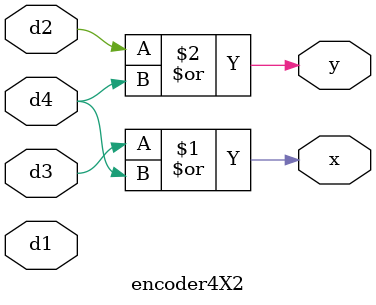
<source format=v>
module encoder4X2(output x,y,input d1,d2,d3,d4);
  assign x=d3|d4;
  assign y=d2|d4;
endmodule

</source>
